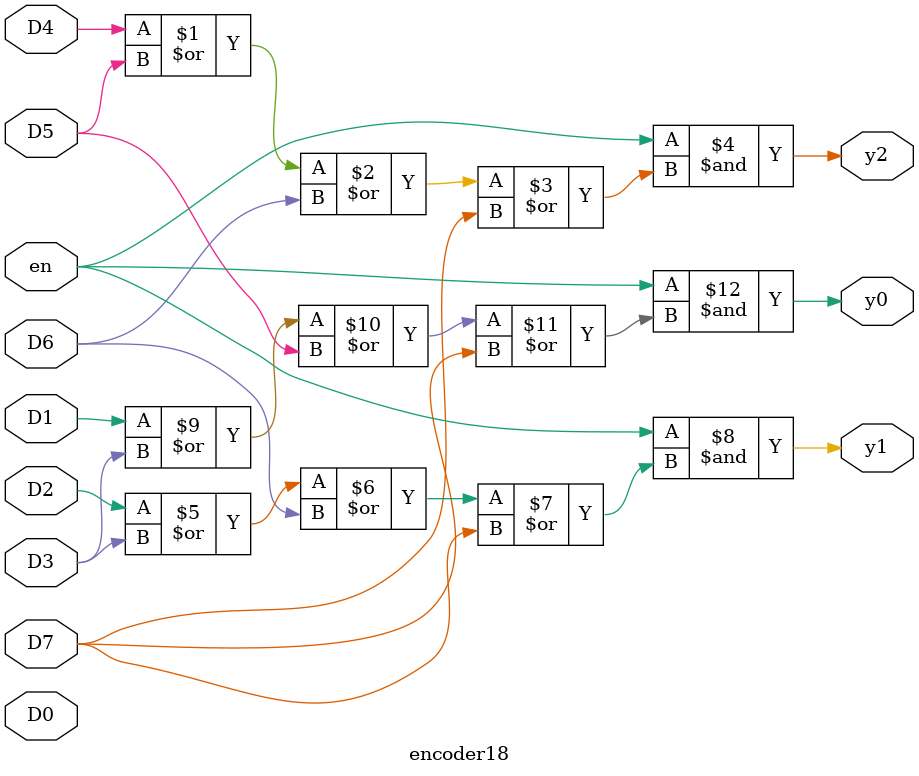
<source format=v>
module encoder18 (en,D0,D1,D2,D3,D4,D5,D6,D7,
y0,y1,y2);

input en,D0,D1,D2,D3,D4,D5,D6,D7;
output y0,y1,y2;

assign y2 = en & (D4 | D5 | D6 | D7);
assign y1 = en & (D2 | D3 | D6 | D7);
assign y0 = en & (D1 | D3 | D5 | D7);
endmodule
</source>
